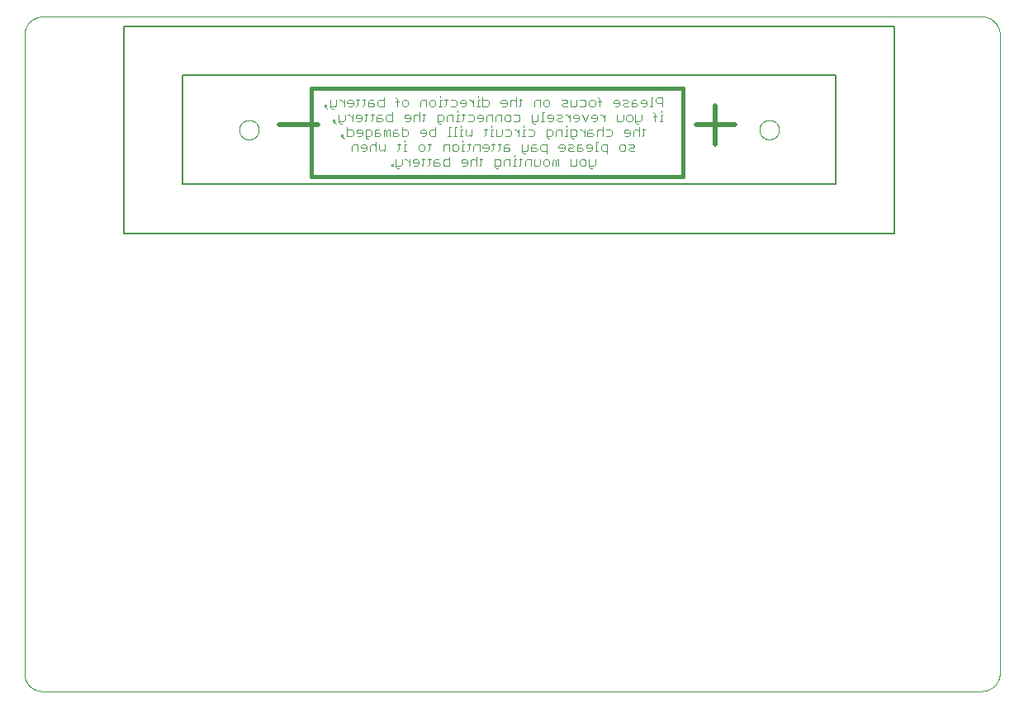
<source format=gbo>
G75*
%MOIN*%
%OFA0B0*%
%FSLAX25Y25*%
%IPPOS*%
%LPD*%
%AMOC8*
5,1,8,0,0,1.08239X$1,22.5*
%
%ADD10C,0.00400*%
%ADD11C,0.01600*%
%ADD12C,0.00000*%
%ADD13C,0.00500*%
%ADD14C,0.02000*%
D10*
X0163223Y0231207D02*
X0163824Y0231207D01*
X0163824Y0231808D01*
X0163223Y0231808D01*
X0163223Y0231207D01*
X0165105Y0231207D02*
X0166907Y0231207D01*
X0167507Y0231808D01*
X0167507Y0233609D01*
X0168775Y0233609D02*
X0169375Y0233609D01*
X0170576Y0232408D01*
X0170576Y0231207D02*
X0170576Y0233609D01*
X0171857Y0233009D02*
X0171857Y0232408D01*
X0174259Y0232408D01*
X0174259Y0231808D02*
X0174259Y0233009D01*
X0173659Y0233609D01*
X0172458Y0233609D01*
X0171857Y0233009D01*
X0172458Y0231207D02*
X0173659Y0231207D01*
X0174259Y0231808D01*
X0175514Y0231207D02*
X0176114Y0231808D01*
X0176114Y0234210D01*
X0176715Y0233609D02*
X0175514Y0233609D01*
X0177969Y0233609D02*
X0179170Y0233609D01*
X0178570Y0234210D02*
X0178570Y0231808D01*
X0177969Y0231207D01*
X0180451Y0231207D02*
X0182253Y0231207D01*
X0182853Y0231808D01*
X0182253Y0232408D01*
X0180451Y0232408D01*
X0180451Y0233009D02*
X0180451Y0231207D01*
X0180451Y0233009D02*
X0181052Y0233609D01*
X0182253Y0233609D01*
X0184135Y0233009D02*
X0184735Y0233609D01*
X0186537Y0233609D01*
X0186537Y0234810D02*
X0186537Y0231207D01*
X0184735Y0231207D01*
X0184135Y0231808D01*
X0184135Y0233009D01*
X0184135Y0237207D02*
X0184135Y0239009D01*
X0184735Y0239609D01*
X0186537Y0239609D01*
X0186537Y0237207D01*
X0187818Y0237808D02*
X0187818Y0239009D01*
X0188418Y0239609D01*
X0189619Y0239609D01*
X0190220Y0239009D01*
X0190220Y0237808D01*
X0189619Y0237207D01*
X0188418Y0237207D01*
X0187818Y0237808D01*
X0191474Y0237207D02*
X0192675Y0237207D01*
X0192075Y0237207D02*
X0192075Y0239609D01*
X0192675Y0239609D01*
X0193930Y0239609D02*
X0195131Y0239609D01*
X0194530Y0240210D02*
X0194530Y0237808D01*
X0193930Y0237207D01*
X0196412Y0237207D02*
X0196412Y0239009D01*
X0197012Y0239609D01*
X0198814Y0239609D01*
X0198814Y0237207D01*
X0200095Y0238408D02*
X0202497Y0238408D01*
X0202497Y0237808D02*
X0202497Y0239009D01*
X0201896Y0239609D01*
X0200695Y0239609D01*
X0200095Y0239009D01*
X0200095Y0238408D01*
X0200695Y0237207D02*
X0201896Y0237207D01*
X0202497Y0237808D01*
X0203751Y0237207D02*
X0204352Y0237808D01*
X0204352Y0240210D01*
X0204952Y0239609D02*
X0203751Y0239609D01*
X0206207Y0239609D02*
X0207408Y0239609D01*
X0206807Y0240210D02*
X0206807Y0237808D01*
X0206207Y0237207D01*
X0208689Y0237207D02*
X0208689Y0239009D01*
X0209289Y0239609D01*
X0210490Y0239609D01*
X0210490Y0238408D02*
X0208689Y0238408D01*
X0208689Y0237207D02*
X0210490Y0237207D01*
X0211091Y0237808D01*
X0210490Y0238408D01*
X0212946Y0235411D02*
X0212946Y0234810D01*
X0212946Y0233609D02*
X0212946Y0231207D01*
X0213546Y0231207D02*
X0212345Y0231207D01*
X0211091Y0231207D02*
X0211091Y0233609D01*
X0209289Y0233609D01*
X0208689Y0233009D01*
X0208689Y0231207D01*
X0207408Y0231808D02*
X0206807Y0231207D01*
X0205006Y0231207D01*
X0205006Y0230607D02*
X0205006Y0233609D01*
X0206807Y0233609D01*
X0207408Y0233009D01*
X0207408Y0231808D01*
X0206207Y0230006D02*
X0205606Y0230006D01*
X0205006Y0230607D01*
X0199441Y0231808D02*
X0199441Y0234210D01*
X0200041Y0233609D02*
X0198840Y0233609D01*
X0197586Y0233009D02*
X0196986Y0233609D01*
X0195785Y0233609D01*
X0195184Y0233009D01*
X0195184Y0231207D01*
X0193903Y0231808D02*
X0193903Y0233009D01*
X0193302Y0233609D01*
X0192101Y0233609D01*
X0191501Y0233009D01*
X0191501Y0232408D01*
X0193903Y0232408D01*
X0193903Y0231808D02*
X0193302Y0231207D01*
X0192101Y0231207D01*
X0197586Y0231207D02*
X0197586Y0234810D01*
X0199441Y0231808D02*
X0198840Y0231207D01*
X0192075Y0240810D02*
X0192075Y0241411D01*
X0192061Y0243207D02*
X0190860Y0243207D01*
X0191461Y0243207D02*
X0191461Y0245609D01*
X0192061Y0245609D01*
X0193343Y0245609D02*
X0193343Y0243808D01*
X0193943Y0243207D01*
X0194544Y0243808D01*
X0195144Y0243207D01*
X0195745Y0243808D01*
X0195745Y0245609D01*
X0196065Y0249207D02*
X0194263Y0249207D01*
X0196065Y0249207D02*
X0196665Y0249808D01*
X0196665Y0251009D01*
X0196065Y0251609D01*
X0194263Y0251609D01*
X0192982Y0251609D02*
X0191781Y0251609D01*
X0192382Y0252210D02*
X0192382Y0249808D01*
X0191781Y0249207D01*
X0190527Y0249207D02*
X0189326Y0249207D01*
X0189926Y0249207D02*
X0189926Y0251609D01*
X0190527Y0251609D01*
X0189926Y0252810D02*
X0189926Y0253411D01*
X0189005Y0255207D02*
X0187204Y0255207D01*
X0189005Y0255207D02*
X0189606Y0255808D01*
X0189606Y0257009D01*
X0189005Y0257609D01*
X0187204Y0257609D01*
X0185923Y0257609D02*
X0184722Y0257609D01*
X0185322Y0258210D02*
X0185322Y0255808D01*
X0184722Y0255207D01*
X0183467Y0255207D02*
X0182266Y0255207D01*
X0182867Y0255207D02*
X0182867Y0257609D01*
X0183467Y0257609D01*
X0182867Y0258810D02*
X0182867Y0259411D01*
X0181012Y0257009D02*
X0181012Y0255808D01*
X0180411Y0255207D01*
X0179210Y0255207D01*
X0178610Y0255808D01*
X0178610Y0257009D01*
X0179210Y0257609D01*
X0180411Y0257609D01*
X0181012Y0257009D01*
X0177329Y0257609D02*
X0177329Y0255207D01*
X0174927Y0255207D02*
X0174927Y0257009D01*
X0175527Y0257609D01*
X0177329Y0257609D01*
X0169963Y0257009D02*
X0169963Y0255808D01*
X0169362Y0255207D01*
X0168161Y0255207D01*
X0167560Y0255808D01*
X0167560Y0257009D01*
X0168161Y0257609D01*
X0169362Y0257609D01*
X0169963Y0257009D01*
X0166279Y0257009D02*
X0165078Y0257009D01*
X0165679Y0258210D02*
X0165078Y0258810D01*
X0165679Y0258210D02*
X0165679Y0255207D01*
X0163517Y0252810D02*
X0163517Y0249207D01*
X0161716Y0249207D01*
X0161115Y0249808D01*
X0161115Y0251009D01*
X0161716Y0251609D01*
X0163517Y0251609D01*
X0159834Y0249808D02*
X0159233Y0250408D01*
X0157432Y0250408D01*
X0157432Y0251009D02*
X0157432Y0249207D01*
X0159233Y0249207D01*
X0159834Y0249808D01*
X0159233Y0251609D02*
X0158032Y0251609D01*
X0157432Y0251009D01*
X0156151Y0251609D02*
X0154950Y0251609D01*
X0155550Y0252210D02*
X0155550Y0249808D01*
X0154950Y0249207D01*
X0153095Y0249808D02*
X0152494Y0249207D01*
X0153095Y0249808D02*
X0153095Y0252210D01*
X0153695Y0251609D02*
X0152494Y0251609D01*
X0151240Y0251009D02*
X0151240Y0249808D01*
X0150639Y0249207D01*
X0149438Y0249207D01*
X0148838Y0250408D02*
X0151240Y0250408D01*
X0151240Y0251009D02*
X0150639Y0251609D01*
X0149438Y0251609D01*
X0148838Y0251009D01*
X0148838Y0250408D01*
X0147557Y0250408D02*
X0146356Y0251609D01*
X0145755Y0251609D01*
X0144487Y0251609D02*
X0144487Y0249808D01*
X0143887Y0249207D01*
X0142085Y0249207D01*
X0142085Y0248607D02*
X0142686Y0248006D01*
X0143286Y0248006D01*
X0142085Y0248607D02*
X0142085Y0251609D01*
X0140204Y0249808D02*
X0140204Y0249207D01*
X0139603Y0249207D01*
X0139603Y0249808D01*
X0140204Y0249808D01*
X0139603Y0249207D02*
X0140804Y0248006D01*
X0145462Y0246810D02*
X0145462Y0243207D01*
X0147263Y0243207D01*
X0147864Y0243808D01*
X0147864Y0245009D01*
X0147263Y0245609D01*
X0145462Y0245609D01*
X0143580Y0243808D02*
X0143580Y0243207D01*
X0142980Y0243207D01*
X0142980Y0243808D01*
X0143580Y0243808D01*
X0142980Y0243207D02*
X0144181Y0242006D01*
X0147303Y0239009D02*
X0147303Y0237207D01*
X0147303Y0239009D02*
X0147904Y0239609D01*
X0149705Y0239609D01*
X0149705Y0237207D01*
X0150986Y0238408D02*
X0153388Y0238408D01*
X0153388Y0237808D02*
X0153388Y0239009D01*
X0152788Y0239609D01*
X0151587Y0239609D01*
X0150986Y0239009D01*
X0150986Y0238408D01*
X0151587Y0237207D02*
X0152788Y0237207D01*
X0153388Y0237808D01*
X0154669Y0237207D02*
X0154669Y0239009D01*
X0155270Y0239609D01*
X0156471Y0239609D01*
X0157072Y0239009D01*
X0158353Y0239609D02*
X0158353Y0237808D01*
X0158953Y0237207D01*
X0159554Y0237808D01*
X0160154Y0237207D01*
X0160755Y0237808D01*
X0160755Y0239609D01*
X0160194Y0243207D02*
X0160194Y0245009D01*
X0160795Y0245609D01*
X0161395Y0245009D01*
X0161395Y0243207D01*
X0162596Y0243207D02*
X0162596Y0245609D01*
X0161996Y0245609D01*
X0161395Y0245009D01*
X0163877Y0245009D02*
X0163877Y0243207D01*
X0165679Y0243207D01*
X0166279Y0243808D01*
X0165679Y0244408D01*
X0163877Y0244408D01*
X0163877Y0245009D02*
X0164478Y0245609D01*
X0165679Y0245609D01*
X0167561Y0245609D02*
X0169362Y0245609D01*
X0169963Y0245009D01*
X0169963Y0243808D01*
X0169362Y0243207D01*
X0167561Y0243207D01*
X0167561Y0246810D01*
X0169082Y0249207D02*
X0170283Y0249207D01*
X0170883Y0249808D01*
X0170883Y0251009D01*
X0170283Y0251609D01*
X0169082Y0251609D01*
X0168481Y0251009D01*
X0168481Y0250408D01*
X0170883Y0250408D01*
X0172164Y0251009D02*
X0172164Y0249207D01*
X0172164Y0251009D02*
X0172765Y0251609D01*
X0173966Y0251609D01*
X0174566Y0251009D01*
X0175821Y0251609D02*
X0177022Y0251609D01*
X0176421Y0252210D02*
X0176421Y0249808D01*
X0175821Y0249207D01*
X0174566Y0249207D02*
X0174566Y0252810D01*
X0175527Y0245609D02*
X0174927Y0245009D01*
X0174927Y0244408D01*
X0177329Y0244408D01*
X0177329Y0243808D02*
X0177329Y0245009D01*
X0176728Y0245609D01*
X0175527Y0245609D01*
X0175527Y0243207D02*
X0176728Y0243207D01*
X0177329Y0243808D01*
X0178610Y0243808D02*
X0178610Y0245009D01*
X0179210Y0245609D01*
X0181012Y0245609D01*
X0181012Y0246810D02*
X0181012Y0243207D01*
X0179210Y0243207D01*
X0178610Y0243808D01*
X0178570Y0240210D02*
X0178570Y0237808D01*
X0177969Y0237207D01*
X0176715Y0237808D02*
X0176715Y0239009D01*
X0176114Y0239609D01*
X0174913Y0239609D01*
X0174313Y0239009D01*
X0174313Y0237808D01*
X0174913Y0237207D01*
X0176114Y0237207D01*
X0176715Y0237808D01*
X0177969Y0239609D02*
X0179170Y0239609D01*
X0185950Y0243207D02*
X0187151Y0243207D01*
X0186550Y0243207D02*
X0186550Y0246810D01*
X0187151Y0246810D01*
X0189005Y0246810D02*
X0189005Y0243207D01*
X0188405Y0243207D02*
X0189606Y0243207D01*
X0189606Y0246810D02*
X0189005Y0246810D01*
X0191461Y0246810D02*
X0191461Y0247411D01*
X0188071Y0249207D02*
X0188071Y0251609D01*
X0186270Y0251609D01*
X0185669Y0251009D01*
X0185669Y0249207D01*
X0184388Y0249808D02*
X0183788Y0249207D01*
X0181986Y0249207D01*
X0181986Y0248607D02*
X0181986Y0251609D01*
X0183788Y0251609D01*
X0184388Y0251009D01*
X0184388Y0249808D01*
X0183187Y0248006D02*
X0182587Y0248006D01*
X0181986Y0248607D01*
X0191488Y0255207D02*
X0192689Y0255207D01*
X0193289Y0255808D01*
X0193289Y0257009D01*
X0192689Y0257609D01*
X0191488Y0257609D01*
X0190887Y0257009D01*
X0190887Y0256408D01*
X0193289Y0256408D01*
X0194557Y0257609D02*
X0195157Y0257609D01*
X0196358Y0256408D01*
X0196358Y0255207D02*
X0196358Y0257609D01*
X0198213Y0257609D02*
X0198213Y0255207D01*
X0197613Y0255207D02*
X0198814Y0255207D01*
X0200095Y0255207D02*
X0201896Y0255207D01*
X0202497Y0255808D01*
X0202497Y0257009D01*
X0201896Y0257609D01*
X0200095Y0257609D01*
X0200095Y0258810D02*
X0200095Y0255207D01*
X0198814Y0257609D02*
X0198213Y0257609D01*
X0198213Y0258810D02*
X0198213Y0259411D01*
X0198547Y0251609D02*
X0197946Y0251009D01*
X0197946Y0250408D01*
X0200348Y0250408D01*
X0200348Y0249808D02*
X0200348Y0251009D01*
X0199748Y0251609D01*
X0198547Y0251609D01*
X0198547Y0249207D02*
X0199748Y0249207D01*
X0200348Y0249808D01*
X0201630Y0249207D02*
X0201630Y0251009D01*
X0202230Y0251609D01*
X0204032Y0251609D01*
X0204032Y0249207D01*
X0205313Y0249207D02*
X0205313Y0251009D01*
X0205913Y0251609D01*
X0207715Y0251609D01*
X0207715Y0249207D01*
X0208996Y0249808D02*
X0208996Y0251009D01*
X0209596Y0251609D01*
X0210797Y0251609D01*
X0211398Y0251009D01*
X0211398Y0249808D01*
X0210797Y0249207D01*
X0209596Y0249207D01*
X0208996Y0249808D01*
X0212679Y0249207D02*
X0214481Y0249207D01*
X0215081Y0249808D01*
X0215081Y0251009D01*
X0214481Y0251609D01*
X0212679Y0251609D01*
X0213546Y0255207D02*
X0213546Y0258810D01*
X0212946Y0257609D02*
X0211745Y0257609D01*
X0211144Y0257009D01*
X0211144Y0255207D01*
X0209863Y0255808D02*
X0209863Y0257009D01*
X0209263Y0257609D01*
X0208062Y0257609D01*
X0207461Y0257009D01*
X0207461Y0256408D01*
X0209863Y0256408D01*
X0209863Y0255808D02*
X0209263Y0255207D01*
X0208062Y0255207D01*
X0212946Y0257609D02*
X0213546Y0257009D01*
X0214801Y0257609D02*
X0216002Y0257609D01*
X0215401Y0258210D02*
X0215401Y0255808D01*
X0214801Y0255207D01*
X0220966Y0255207D02*
X0220966Y0257009D01*
X0221567Y0257609D01*
X0223368Y0257609D01*
X0223368Y0255207D01*
X0224649Y0255808D02*
X0224649Y0257009D01*
X0225250Y0257609D01*
X0226451Y0257609D01*
X0227051Y0257009D01*
X0227051Y0255808D01*
X0226451Y0255207D01*
X0225250Y0255207D01*
X0224649Y0255808D01*
X0224903Y0252810D02*
X0224302Y0252810D01*
X0224302Y0249207D01*
X0223702Y0249207D02*
X0224903Y0249207D01*
X0226184Y0250408D02*
X0228586Y0250408D01*
X0228586Y0249808D02*
X0228586Y0251009D01*
X0227985Y0251609D01*
X0226784Y0251609D01*
X0226184Y0251009D01*
X0226184Y0250408D01*
X0226784Y0249207D02*
X0227985Y0249207D01*
X0228586Y0249808D01*
X0229867Y0249808D02*
X0230468Y0250408D01*
X0231669Y0250408D01*
X0232269Y0251009D01*
X0231669Y0251609D01*
X0229867Y0251609D01*
X0229867Y0249808D02*
X0230468Y0249207D01*
X0232269Y0249207D01*
X0233817Y0247411D02*
X0233817Y0246810D01*
X0233817Y0245609D02*
X0233817Y0243207D01*
X0233217Y0243207D02*
X0234418Y0243207D01*
X0235699Y0243207D02*
X0237500Y0243207D01*
X0238101Y0243808D01*
X0238101Y0245009D01*
X0237500Y0245609D01*
X0235699Y0245609D01*
X0235699Y0242607D01*
X0236299Y0242006D01*
X0236900Y0242006D01*
X0236272Y0239609D02*
X0234471Y0239609D01*
X0235071Y0238408D02*
X0236272Y0238408D01*
X0236873Y0239009D01*
X0236272Y0239609D01*
X0235071Y0238408D02*
X0234471Y0237808D01*
X0235071Y0237207D01*
X0236873Y0237207D01*
X0238154Y0237207D02*
X0239956Y0237207D01*
X0240556Y0237808D01*
X0239956Y0238408D01*
X0238154Y0238408D01*
X0238154Y0239009D02*
X0238154Y0237207D01*
X0238154Y0239009D02*
X0238755Y0239609D01*
X0239956Y0239609D01*
X0241837Y0239009D02*
X0241837Y0238408D01*
X0244239Y0238408D01*
X0244239Y0237808D02*
X0244239Y0239009D01*
X0243639Y0239609D01*
X0242438Y0239609D01*
X0241837Y0239009D01*
X0242438Y0237207D02*
X0243639Y0237207D01*
X0244239Y0237808D01*
X0245494Y0237207D02*
X0246695Y0237207D01*
X0246094Y0237207D02*
X0246094Y0240810D01*
X0246695Y0240810D01*
X0247976Y0239009D02*
X0247976Y0237808D01*
X0248576Y0237207D01*
X0250378Y0237207D01*
X0250378Y0236006D02*
X0250378Y0239609D01*
X0248576Y0239609D01*
X0247976Y0239009D01*
X0248536Y0243207D02*
X0248536Y0246810D01*
X0247936Y0245609D02*
X0246735Y0245609D01*
X0246134Y0245009D01*
X0246134Y0243207D01*
X0244853Y0243808D02*
X0244253Y0244408D01*
X0242451Y0244408D01*
X0242451Y0245009D02*
X0242451Y0243207D01*
X0244253Y0243207D01*
X0244853Y0243808D01*
X0244253Y0245609D02*
X0243052Y0245609D01*
X0242451Y0245009D01*
X0241170Y0245609D02*
X0241170Y0243207D01*
X0241170Y0244408D02*
X0239969Y0245609D01*
X0239368Y0245609D01*
X0238421Y0249207D02*
X0239021Y0249808D01*
X0239021Y0251009D01*
X0238421Y0251609D01*
X0237220Y0251609D01*
X0236619Y0251009D01*
X0236619Y0250408D01*
X0239021Y0250408D01*
X0238421Y0249207D02*
X0237220Y0249207D01*
X0235338Y0249207D02*
X0235338Y0251609D01*
X0234137Y0251609D02*
X0233537Y0251609D01*
X0234137Y0251609D02*
X0235338Y0250408D01*
X0235699Y0255207D02*
X0235699Y0257609D01*
X0234418Y0257009D02*
X0233817Y0257609D01*
X0232016Y0257609D01*
X0232616Y0256408D02*
X0232016Y0255808D01*
X0232616Y0255207D01*
X0234418Y0255207D01*
X0235699Y0255207D02*
X0237500Y0255207D01*
X0238101Y0255808D01*
X0238101Y0257609D01*
X0239382Y0257609D02*
X0241183Y0257609D01*
X0241784Y0257009D01*
X0241784Y0255808D01*
X0241183Y0255207D01*
X0239382Y0255207D01*
X0240303Y0251609D02*
X0241504Y0249207D01*
X0242705Y0251609D01*
X0243986Y0251009D02*
X0243986Y0250408D01*
X0246388Y0250408D01*
X0246388Y0249808D02*
X0246388Y0251009D01*
X0245787Y0251609D01*
X0244586Y0251609D01*
X0243986Y0251009D01*
X0244586Y0249207D02*
X0245787Y0249207D01*
X0246388Y0249808D01*
X0247656Y0251609D02*
X0248256Y0251609D01*
X0249457Y0250408D01*
X0249457Y0249207D02*
X0249457Y0251609D01*
X0247322Y0255207D02*
X0247322Y0258210D01*
X0246721Y0258810D01*
X0246721Y0257009D02*
X0247922Y0257009D01*
X0245467Y0257009D02*
X0245467Y0255808D01*
X0244866Y0255207D01*
X0243665Y0255207D01*
X0243065Y0255808D01*
X0243065Y0257009D01*
X0243665Y0257609D01*
X0244866Y0257609D01*
X0245467Y0257009D01*
X0252887Y0257009D02*
X0252887Y0256408D01*
X0255289Y0256408D01*
X0255289Y0255808D02*
X0255289Y0257009D01*
X0254688Y0257609D01*
X0253487Y0257609D01*
X0252887Y0257009D01*
X0253487Y0255207D02*
X0254688Y0255207D01*
X0255289Y0255808D01*
X0256570Y0255808D02*
X0257170Y0256408D01*
X0258371Y0256408D01*
X0258972Y0257009D01*
X0258371Y0257609D01*
X0256570Y0257609D01*
X0256570Y0255808D02*
X0257170Y0255207D01*
X0258972Y0255207D01*
X0260253Y0255207D02*
X0262054Y0255207D01*
X0262655Y0255808D01*
X0262054Y0256408D01*
X0260253Y0256408D01*
X0260253Y0257009D02*
X0260253Y0255207D01*
X0260253Y0257009D02*
X0260853Y0257609D01*
X0262054Y0257609D01*
X0263936Y0257009D02*
X0263936Y0256408D01*
X0266338Y0256408D01*
X0266338Y0255808D02*
X0266338Y0257009D01*
X0265738Y0257609D01*
X0264537Y0257609D01*
X0263936Y0257009D01*
X0264537Y0255207D02*
X0265738Y0255207D01*
X0266338Y0255808D01*
X0267593Y0255207D02*
X0268794Y0255207D01*
X0268193Y0255207D02*
X0268193Y0258810D01*
X0268794Y0258810D01*
X0270075Y0258210D02*
X0270075Y0257009D01*
X0270675Y0256408D01*
X0272477Y0256408D01*
X0272477Y0255207D02*
X0272477Y0258810D01*
X0270675Y0258810D01*
X0270075Y0258210D01*
X0272183Y0253411D02*
X0272183Y0252810D01*
X0272183Y0251609D02*
X0272183Y0249207D01*
X0271583Y0249207D02*
X0272784Y0249207D01*
X0272784Y0251609D02*
X0272183Y0251609D01*
X0270328Y0251009D02*
X0269127Y0251009D01*
X0269728Y0252210D02*
X0269127Y0252810D01*
X0269728Y0252210D02*
X0269728Y0249207D01*
X0265724Y0245609D02*
X0264523Y0245609D01*
X0265124Y0246210D02*
X0265124Y0243808D01*
X0264523Y0243207D01*
X0263269Y0243207D02*
X0263269Y0246810D01*
X0262989Y0248006D02*
X0262388Y0248006D01*
X0261788Y0248607D01*
X0261788Y0251609D01*
X0260506Y0251009D02*
X0260506Y0249808D01*
X0259906Y0249207D01*
X0258705Y0249207D01*
X0258104Y0249808D01*
X0258104Y0251009D01*
X0258705Y0251609D01*
X0259906Y0251609D01*
X0260506Y0251009D01*
X0261788Y0249207D02*
X0263589Y0249207D01*
X0264190Y0249808D01*
X0264190Y0251609D01*
X0262668Y0245609D02*
X0261467Y0245609D01*
X0260867Y0245009D01*
X0260867Y0243207D01*
X0259586Y0243808D02*
X0259586Y0245009D01*
X0258985Y0245609D01*
X0257784Y0245609D01*
X0257184Y0245009D01*
X0257184Y0244408D01*
X0259586Y0244408D01*
X0259586Y0243808D02*
X0258985Y0243207D01*
X0257784Y0243207D01*
X0257144Y0239609D02*
X0257744Y0239009D01*
X0257744Y0237808D01*
X0257144Y0237207D01*
X0255943Y0237207D01*
X0255342Y0237808D01*
X0255342Y0239009D01*
X0255943Y0239609D01*
X0257144Y0239609D01*
X0259025Y0239609D02*
X0260827Y0239609D01*
X0261427Y0239009D01*
X0260827Y0238408D01*
X0259626Y0238408D01*
X0259025Y0237808D01*
X0259626Y0237207D01*
X0261427Y0237207D01*
X0252219Y0243808D02*
X0251619Y0243207D01*
X0249817Y0243207D01*
X0248536Y0245009D02*
X0247936Y0245609D01*
X0249817Y0245609D02*
X0251619Y0245609D01*
X0252219Y0245009D01*
X0252219Y0243808D01*
X0254421Y0249207D02*
X0254421Y0251609D01*
X0254421Y0249207D02*
X0256223Y0249207D01*
X0256823Y0249808D01*
X0256823Y0251609D01*
X0262668Y0245609D02*
X0263269Y0245009D01*
X0245467Y0233609D02*
X0245467Y0231808D01*
X0244866Y0231207D01*
X0243065Y0231207D01*
X0243065Y0230607D02*
X0243665Y0230006D01*
X0244266Y0230006D01*
X0243065Y0230607D02*
X0243065Y0233609D01*
X0241784Y0233009D02*
X0241784Y0231808D01*
X0241183Y0231207D01*
X0239982Y0231207D01*
X0239382Y0231808D01*
X0239382Y0233009D01*
X0239982Y0233609D01*
X0241183Y0233609D01*
X0241784Y0233009D01*
X0238101Y0233609D02*
X0238101Y0231808D01*
X0237500Y0231207D01*
X0235699Y0231207D01*
X0235699Y0233609D01*
X0232589Y0237207D02*
X0231388Y0237207D01*
X0232589Y0237207D02*
X0233190Y0237808D01*
X0233190Y0239009D01*
X0232589Y0239609D01*
X0231388Y0239609D01*
X0230788Y0239009D01*
X0230788Y0238408D01*
X0233190Y0238408D01*
X0230734Y0233609D02*
X0230134Y0233609D01*
X0229533Y0233009D01*
X0228933Y0233609D01*
X0228332Y0233009D01*
X0228332Y0231207D01*
X0229533Y0231207D02*
X0229533Y0233009D01*
X0230734Y0233609D02*
X0230734Y0231207D01*
X0227051Y0231808D02*
X0227051Y0233009D01*
X0226451Y0233609D01*
X0225250Y0233609D01*
X0224649Y0233009D01*
X0224649Y0231808D01*
X0225250Y0231207D01*
X0226451Y0231207D01*
X0227051Y0231808D01*
X0223368Y0231808D02*
X0223368Y0233609D01*
X0223368Y0231808D02*
X0222768Y0231207D01*
X0220966Y0231207D01*
X0220966Y0233609D01*
X0219685Y0233609D02*
X0219685Y0231207D01*
X0217283Y0231207D02*
X0217283Y0233009D01*
X0217883Y0233609D01*
X0219685Y0233609D01*
X0217256Y0236006D02*
X0216656Y0236006D01*
X0216055Y0236607D01*
X0216055Y0239609D01*
X0216055Y0237207D02*
X0217857Y0237207D01*
X0218457Y0237808D01*
X0218457Y0239609D01*
X0219738Y0239009D02*
X0219738Y0237207D01*
X0221540Y0237207D01*
X0222140Y0237808D01*
X0221540Y0238408D01*
X0219738Y0238408D01*
X0219738Y0239009D02*
X0220339Y0239609D01*
X0221540Y0239609D01*
X0223421Y0239009D02*
X0223421Y0237808D01*
X0224022Y0237207D01*
X0225824Y0237207D01*
X0225824Y0236006D02*
X0225824Y0239609D01*
X0224022Y0239609D01*
X0223421Y0239009D01*
X0226477Y0242006D02*
X0225877Y0242607D01*
X0225877Y0245609D01*
X0227678Y0245609D01*
X0228279Y0245009D01*
X0228279Y0243808D01*
X0227678Y0243207D01*
X0225877Y0243207D01*
X0226477Y0242006D02*
X0227078Y0242006D01*
X0229560Y0243207D02*
X0229560Y0245009D01*
X0230161Y0245609D01*
X0231962Y0245609D01*
X0231962Y0243207D01*
X0233817Y0245609D02*
X0234418Y0245609D01*
X0222447Y0249808D02*
X0221847Y0249207D01*
X0220045Y0249207D01*
X0220045Y0248607D02*
X0220646Y0248006D01*
X0221246Y0248006D01*
X0220045Y0248607D02*
X0220045Y0251609D01*
X0222447Y0251609D02*
X0222447Y0249808D01*
X0220312Y0245609D02*
X0218511Y0245609D01*
X0217230Y0245609D02*
X0216629Y0245609D01*
X0216629Y0243207D01*
X0216029Y0243207D02*
X0217230Y0243207D01*
X0218511Y0243207D02*
X0220312Y0243207D01*
X0220913Y0243808D01*
X0220913Y0245009D01*
X0220312Y0245609D01*
X0216629Y0246810D02*
X0216629Y0247411D01*
X0214774Y0245609D02*
X0214774Y0243207D01*
X0214774Y0244408D02*
X0213573Y0245609D01*
X0212973Y0245609D01*
X0211705Y0245009D02*
X0211705Y0243808D01*
X0211104Y0243207D01*
X0209303Y0243207D01*
X0208022Y0243808D02*
X0207421Y0243207D01*
X0205620Y0243207D01*
X0205620Y0245609D01*
X0204339Y0245609D02*
X0203738Y0245609D01*
X0203738Y0243207D01*
X0203138Y0243207D02*
X0204339Y0243207D01*
X0201283Y0243808D02*
X0201283Y0246210D01*
X0201883Y0245609D02*
X0200682Y0245609D01*
X0201283Y0243808D02*
X0200682Y0243207D01*
X0203738Y0246810D02*
X0203738Y0247411D01*
X0208022Y0245609D02*
X0208022Y0243808D01*
X0209303Y0245609D02*
X0211104Y0245609D01*
X0211705Y0245009D01*
X0215401Y0234210D02*
X0215401Y0231808D01*
X0214801Y0231207D01*
X0214801Y0233609D02*
X0216002Y0233609D01*
X0213546Y0233609D02*
X0212946Y0233609D01*
X0232616Y0256408D02*
X0233817Y0256408D01*
X0234418Y0257009D01*
X0169349Y0239609D02*
X0168748Y0239609D01*
X0168748Y0237207D01*
X0168148Y0237207D02*
X0169349Y0237207D01*
X0166293Y0237808D02*
X0166293Y0240210D01*
X0166893Y0239609D02*
X0165692Y0239609D01*
X0166293Y0237808D02*
X0165692Y0237207D01*
X0165105Y0233609D02*
X0165105Y0230607D01*
X0165706Y0230006D01*
X0166306Y0230006D01*
X0157072Y0237207D02*
X0157072Y0240810D01*
X0156511Y0243207D02*
X0158313Y0243207D01*
X0158913Y0243808D01*
X0158313Y0244408D01*
X0156511Y0244408D01*
X0156511Y0245009D02*
X0156511Y0243207D01*
X0155230Y0243808D02*
X0155230Y0245009D01*
X0154629Y0245609D01*
X0152828Y0245609D01*
X0152828Y0242607D01*
X0153428Y0242006D01*
X0154029Y0242006D01*
X0154629Y0243207D02*
X0152828Y0243207D01*
X0151547Y0243808D02*
X0151547Y0245009D01*
X0150946Y0245609D01*
X0149745Y0245609D01*
X0149145Y0245009D01*
X0149145Y0244408D01*
X0151547Y0244408D01*
X0151547Y0243808D02*
X0150946Y0243207D01*
X0149745Y0243207D01*
X0154629Y0243207D02*
X0155230Y0243808D01*
X0156511Y0245009D02*
X0157112Y0245609D01*
X0158313Y0245609D01*
X0168748Y0241411D02*
X0168748Y0240810D01*
X0160141Y0255207D02*
X0158339Y0255207D01*
X0157739Y0255808D01*
X0157739Y0257009D01*
X0158339Y0257609D01*
X0160141Y0257609D01*
X0160141Y0258810D02*
X0160141Y0255207D01*
X0156458Y0255808D02*
X0155857Y0256408D01*
X0154056Y0256408D01*
X0154056Y0257009D02*
X0154056Y0255207D01*
X0155857Y0255207D01*
X0156458Y0255808D01*
X0155857Y0257609D02*
X0154656Y0257609D01*
X0154056Y0257009D01*
X0152775Y0257609D02*
X0151574Y0257609D01*
X0152174Y0258210D02*
X0152174Y0255808D01*
X0151574Y0255207D01*
X0149719Y0255808D02*
X0149118Y0255207D01*
X0149719Y0255808D02*
X0149719Y0258210D01*
X0150319Y0257609D02*
X0149118Y0257609D01*
X0147864Y0257009D02*
X0147864Y0255808D01*
X0147263Y0255207D01*
X0146062Y0255207D01*
X0145462Y0256408D02*
X0147864Y0256408D01*
X0147864Y0257009D02*
X0147263Y0257609D01*
X0146062Y0257609D01*
X0145462Y0257009D01*
X0145462Y0256408D01*
X0144181Y0256408D02*
X0142980Y0257609D01*
X0142379Y0257609D01*
X0141111Y0257609D02*
X0141111Y0255808D01*
X0140511Y0255207D01*
X0138709Y0255207D01*
X0138709Y0254607D02*
X0139310Y0254006D01*
X0139910Y0254006D01*
X0138709Y0254607D02*
X0138709Y0257609D01*
X0136828Y0255808D02*
X0136828Y0255207D01*
X0136227Y0255207D01*
X0136227Y0255808D01*
X0136828Y0255808D01*
X0136227Y0255207D02*
X0137428Y0254006D01*
X0144181Y0255207D02*
X0144181Y0257609D01*
X0147557Y0251609D02*
X0147557Y0249207D01*
D11*
X0130800Y0262507D02*
X0280800Y0262507D01*
X0280800Y0226882D01*
X0130800Y0226882D01*
X0130800Y0262507D01*
D12*
X0022650Y0018900D02*
X0401400Y0018900D01*
X0401399Y0018899D02*
X0401581Y0018900D01*
X0401763Y0018905D01*
X0401944Y0018915D01*
X0402125Y0018929D01*
X0402306Y0018947D01*
X0402486Y0018970D01*
X0402666Y0018997D01*
X0402845Y0019029D01*
X0403023Y0019065D01*
X0403200Y0019105D01*
X0403376Y0019150D01*
X0403551Y0019198D01*
X0403725Y0019252D01*
X0403897Y0019309D01*
X0404068Y0019370D01*
X0404237Y0019436D01*
X0404405Y0019506D01*
X0404571Y0019580D01*
X0404735Y0019658D01*
X0404897Y0019740D01*
X0405057Y0019826D01*
X0405215Y0019915D01*
X0405371Y0020009D01*
X0405524Y0020106D01*
X0405675Y0020207D01*
X0405824Y0020312D01*
X0405970Y0020421D01*
X0406113Y0020532D01*
X0406253Y0020648D01*
X0406391Y0020766D01*
X0406525Y0020888D01*
X0406657Y0021014D01*
X0406785Y0021142D01*
X0406911Y0021274D01*
X0407033Y0021408D01*
X0407151Y0021546D01*
X0407267Y0021686D01*
X0407378Y0021829D01*
X0407487Y0021975D01*
X0407592Y0022124D01*
X0407693Y0022275D01*
X0407790Y0022428D01*
X0407884Y0022584D01*
X0407973Y0022742D01*
X0408059Y0022902D01*
X0408141Y0023064D01*
X0408219Y0023228D01*
X0408293Y0023394D01*
X0408363Y0023562D01*
X0408429Y0023731D01*
X0408490Y0023902D01*
X0408547Y0024074D01*
X0408601Y0024248D01*
X0408649Y0024423D01*
X0408694Y0024599D01*
X0408734Y0024776D01*
X0408770Y0024954D01*
X0408802Y0025133D01*
X0408829Y0025313D01*
X0408852Y0025493D01*
X0408870Y0025674D01*
X0408884Y0025855D01*
X0408894Y0026036D01*
X0408899Y0026218D01*
X0408900Y0026400D01*
X0408900Y0283900D01*
X0408901Y0283900D02*
X0408900Y0284083D01*
X0408894Y0284266D01*
X0408884Y0284449D01*
X0408869Y0284631D01*
X0408850Y0284813D01*
X0408827Y0284994D01*
X0408799Y0285175D01*
X0408766Y0285355D01*
X0408729Y0285535D01*
X0408688Y0285713D01*
X0408643Y0285890D01*
X0408593Y0286066D01*
X0408539Y0286241D01*
X0408481Y0286414D01*
X0408418Y0286586D01*
X0408351Y0286756D01*
X0408281Y0286925D01*
X0408206Y0287092D01*
X0408127Y0287257D01*
X0408044Y0287420D01*
X0407957Y0287581D01*
X0407866Y0287740D01*
X0407771Y0287896D01*
X0407672Y0288050D01*
X0407570Y0288202D01*
X0407464Y0288351D01*
X0407355Y0288498D01*
X0407242Y0288642D01*
X0407125Y0288783D01*
X0407005Y0288921D01*
X0406882Y0289056D01*
X0406755Y0289188D01*
X0406625Y0289317D01*
X0406492Y0289442D01*
X0406356Y0289565D01*
X0406217Y0289684D01*
X0406076Y0289800D01*
X0405931Y0289912D01*
X0405784Y0290020D01*
X0405634Y0290125D01*
X0405482Y0290227D01*
X0405327Y0290324D01*
X0405170Y0290418D01*
X0405010Y0290508D01*
X0404849Y0290594D01*
X0404685Y0290676D01*
X0404520Y0290753D01*
X0404352Y0290827D01*
X0404183Y0290897D01*
X0404013Y0290963D01*
X0403840Y0291024D01*
X0403666Y0291081D01*
X0403491Y0291134D01*
X0403315Y0291183D01*
X0403137Y0291227D01*
X0402959Y0291267D01*
X0402779Y0291302D01*
X0402599Y0291334D01*
X0402418Y0291360D01*
X0402237Y0291383D01*
X0402054Y0291401D01*
X0401872Y0291414D01*
X0401689Y0291423D01*
X0401506Y0291427D01*
X0401323Y0291427D01*
X0401141Y0291423D01*
X0400958Y0291414D01*
X0400775Y0291401D01*
X0400775Y0291400D02*
X0022650Y0291400D01*
X0022650Y0291401D02*
X0022468Y0291400D01*
X0022286Y0291395D01*
X0022105Y0291385D01*
X0021924Y0291371D01*
X0021743Y0291353D01*
X0021563Y0291330D01*
X0021383Y0291303D01*
X0021204Y0291271D01*
X0021026Y0291235D01*
X0020849Y0291195D01*
X0020673Y0291150D01*
X0020498Y0291102D01*
X0020324Y0291048D01*
X0020152Y0290991D01*
X0019981Y0290930D01*
X0019812Y0290864D01*
X0019644Y0290794D01*
X0019478Y0290720D01*
X0019314Y0290642D01*
X0019152Y0290560D01*
X0018992Y0290474D01*
X0018834Y0290385D01*
X0018678Y0290291D01*
X0018525Y0290194D01*
X0018374Y0290093D01*
X0018225Y0289988D01*
X0018079Y0289879D01*
X0017936Y0289768D01*
X0017796Y0289652D01*
X0017658Y0289534D01*
X0017524Y0289412D01*
X0017392Y0289286D01*
X0017264Y0289158D01*
X0017138Y0289026D01*
X0017016Y0288892D01*
X0016898Y0288754D01*
X0016782Y0288614D01*
X0016671Y0288471D01*
X0016562Y0288325D01*
X0016457Y0288176D01*
X0016356Y0288025D01*
X0016259Y0287872D01*
X0016165Y0287716D01*
X0016076Y0287558D01*
X0015990Y0287398D01*
X0015908Y0287236D01*
X0015830Y0287072D01*
X0015756Y0286906D01*
X0015686Y0286738D01*
X0015620Y0286569D01*
X0015559Y0286398D01*
X0015502Y0286226D01*
X0015448Y0286052D01*
X0015400Y0285877D01*
X0015355Y0285701D01*
X0015315Y0285524D01*
X0015279Y0285346D01*
X0015247Y0285167D01*
X0015220Y0284987D01*
X0015197Y0284807D01*
X0015179Y0284626D01*
X0015165Y0284445D01*
X0015155Y0284264D01*
X0015150Y0284082D01*
X0015149Y0283900D01*
X0015150Y0283900D02*
X0015150Y0026400D01*
X0015150Y0026399D02*
X0015144Y0026224D01*
X0015143Y0026049D01*
X0015146Y0025873D01*
X0015154Y0025698D01*
X0015165Y0025523D01*
X0015181Y0025349D01*
X0015201Y0025174D01*
X0015225Y0025001D01*
X0015254Y0024828D01*
X0015287Y0024655D01*
X0015324Y0024484D01*
X0015365Y0024314D01*
X0015410Y0024144D01*
X0015460Y0023976D01*
X0015513Y0023809D01*
X0015571Y0023643D01*
X0015632Y0023479D01*
X0015698Y0023316D01*
X0015767Y0023155D01*
X0015841Y0022996D01*
X0015918Y0022839D01*
X0015999Y0022683D01*
X0016084Y0022530D01*
X0016173Y0022378D01*
X0016265Y0022229D01*
X0016361Y0022082D01*
X0016460Y0021938D01*
X0016563Y0021796D01*
X0016669Y0021656D01*
X0016779Y0021519D01*
X0016892Y0021385D01*
X0017008Y0021254D01*
X0017128Y0021126D01*
X0017250Y0021000D01*
X0017376Y0020878D01*
X0017504Y0020758D01*
X0017635Y0020642D01*
X0017769Y0020529D01*
X0017906Y0020419D01*
X0018046Y0020313D01*
X0018188Y0020210D01*
X0018332Y0020111D01*
X0018479Y0020015D01*
X0018628Y0019923D01*
X0018780Y0019834D01*
X0018933Y0019749D01*
X0019089Y0019668D01*
X0019246Y0019591D01*
X0019405Y0019517D01*
X0019566Y0019448D01*
X0019729Y0019382D01*
X0019893Y0019321D01*
X0020059Y0019263D01*
X0020226Y0019210D01*
X0020394Y0019160D01*
X0020564Y0019115D01*
X0020734Y0019074D01*
X0020905Y0019037D01*
X0021078Y0019004D01*
X0021251Y0018975D01*
X0021424Y0018951D01*
X0021599Y0018931D01*
X0021773Y0018915D01*
X0021948Y0018904D01*
X0022123Y0018896D01*
X0022299Y0018893D01*
X0022474Y0018894D01*
X0022649Y0018900D01*
X0101863Y0245632D02*
X0101865Y0245757D01*
X0101871Y0245882D01*
X0101881Y0246006D01*
X0101895Y0246130D01*
X0101912Y0246254D01*
X0101934Y0246377D01*
X0101960Y0246499D01*
X0101989Y0246621D01*
X0102022Y0246741D01*
X0102060Y0246860D01*
X0102100Y0246979D01*
X0102145Y0247095D01*
X0102193Y0247210D01*
X0102245Y0247324D01*
X0102301Y0247436D01*
X0102360Y0247546D01*
X0102422Y0247654D01*
X0102488Y0247761D01*
X0102557Y0247865D01*
X0102630Y0247966D01*
X0102705Y0248066D01*
X0102784Y0248163D01*
X0102866Y0248257D01*
X0102951Y0248349D01*
X0103038Y0248438D01*
X0103129Y0248524D01*
X0103222Y0248607D01*
X0103318Y0248688D01*
X0103416Y0248765D01*
X0103516Y0248839D01*
X0103619Y0248910D01*
X0103724Y0248977D01*
X0103832Y0249042D01*
X0103941Y0249102D01*
X0104052Y0249160D01*
X0104165Y0249213D01*
X0104279Y0249263D01*
X0104395Y0249310D01*
X0104512Y0249352D01*
X0104631Y0249391D01*
X0104751Y0249427D01*
X0104872Y0249458D01*
X0104994Y0249486D01*
X0105116Y0249509D01*
X0105240Y0249529D01*
X0105364Y0249545D01*
X0105488Y0249557D01*
X0105613Y0249565D01*
X0105738Y0249569D01*
X0105862Y0249569D01*
X0105987Y0249565D01*
X0106112Y0249557D01*
X0106236Y0249545D01*
X0106360Y0249529D01*
X0106484Y0249509D01*
X0106606Y0249486D01*
X0106728Y0249458D01*
X0106849Y0249427D01*
X0106969Y0249391D01*
X0107088Y0249352D01*
X0107205Y0249310D01*
X0107321Y0249263D01*
X0107435Y0249213D01*
X0107548Y0249160D01*
X0107659Y0249102D01*
X0107769Y0249042D01*
X0107876Y0248977D01*
X0107981Y0248910D01*
X0108084Y0248839D01*
X0108184Y0248765D01*
X0108282Y0248688D01*
X0108378Y0248607D01*
X0108471Y0248524D01*
X0108562Y0248438D01*
X0108649Y0248349D01*
X0108734Y0248257D01*
X0108816Y0248163D01*
X0108895Y0248066D01*
X0108970Y0247966D01*
X0109043Y0247865D01*
X0109112Y0247761D01*
X0109178Y0247654D01*
X0109240Y0247546D01*
X0109299Y0247436D01*
X0109355Y0247324D01*
X0109407Y0247210D01*
X0109455Y0247095D01*
X0109500Y0246979D01*
X0109540Y0246860D01*
X0109578Y0246741D01*
X0109611Y0246621D01*
X0109640Y0246499D01*
X0109666Y0246377D01*
X0109688Y0246254D01*
X0109705Y0246130D01*
X0109719Y0246006D01*
X0109729Y0245882D01*
X0109735Y0245757D01*
X0109737Y0245632D01*
X0109735Y0245507D01*
X0109729Y0245382D01*
X0109719Y0245258D01*
X0109705Y0245134D01*
X0109688Y0245010D01*
X0109666Y0244887D01*
X0109640Y0244765D01*
X0109611Y0244643D01*
X0109578Y0244523D01*
X0109540Y0244404D01*
X0109500Y0244285D01*
X0109455Y0244169D01*
X0109407Y0244054D01*
X0109355Y0243940D01*
X0109299Y0243828D01*
X0109240Y0243718D01*
X0109178Y0243610D01*
X0109112Y0243503D01*
X0109043Y0243399D01*
X0108970Y0243298D01*
X0108895Y0243198D01*
X0108816Y0243101D01*
X0108734Y0243007D01*
X0108649Y0242915D01*
X0108562Y0242826D01*
X0108471Y0242740D01*
X0108378Y0242657D01*
X0108282Y0242576D01*
X0108184Y0242499D01*
X0108084Y0242425D01*
X0107981Y0242354D01*
X0107876Y0242287D01*
X0107768Y0242222D01*
X0107659Y0242162D01*
X0107548Y0242104D01*
X0107435Y0242051D01*
X0107321Y0242001D01*
X0107205Y0241954D01*
X0107088Y0241912D01*
X0106969Y0241873D01*
X0106849Y0241837D01*
X0106728Y0241806D01*
X0106606Y0241778D01*
X0106484Y0241755D01*
X0106360Y0241735D01*
X0106236Y0241719D01*
X0106112Y0241707D01*
X0105987Y0241699D01*
X0105862Y0241695D01*
X0105738Y0241695D01*
X0105613Y0241699D01*
X0105488Y0241707D01*
X0105364Y0241719D01*
X0105240Y0241735D01*
X0105116Y0241755D01*
X0104994Y0241778D01*
X0104872Y0241806D01*
X0104751Y0241837D01*
X0104631Y0241873D01*
X0104512Y0241912D01*
X0104395Y0241954D01*
X0104279Y0242001D01*
X0104165Y0242051D01*
X0104052Y0242104D01*
X0103941Y0242162D01*
X0103831Y0242222D01*
X0103724Y0242287D01*
X0103619Y0242354D01*
X0103516Y0242425D01*
X0103416Y0242499D01*
X0103318Y0242576D01*
X0103222Y0242657D01*
X0103129Y0242740D01*
X0103038Y0242826D01*
X0102951Y0242915D01*
X0102866Y0243007D01*
X0102784Y0243101D01*
X0102705Y0243198D01*
X0102630Y0243298D01*
X0102557Y0243399D01*
X0102488Y0243503D01*
X0102422Y0243610D01*
X0102360Y0243718D01*
X0102301Y0243828D01*
X0102245Y0243940D01*
X0102193Y0244054D01*
X0102145Y0244169D01*
X0102100Y0244285D01*
X0102060Y0244404D01*
X0102022Y0244523D01*
X0101989Y0244643D01*
X0101960Y0244765D01*
X0101934Y0244887D01*
X0101912Y0245010D01*
X0101895Y0245134D01*
X0101881Y0245258D01*
X0101871Y0245382D01*
X0101865Y0245507D01*
X0101863Y0245632D01*
X0311863Y0245632D02*
X0311865Y0245757D01*
X0311871Y0245882D01*
X0311881Y0246006D01*
X0311895Y0246130D01*
X0311912Y0246254D01*
X0311934Y0246377D01*
X0311960Y0246499D01*
X0311989Y0246621D01*
X0312022Y0246741D01*
X0312060Y0246860D01*
X0312100Y0246979D01*
X0312145Y0247095D01*
X0312193Y0247210D01*
X0312245Y0247324D01*
X0312301Y0247436D01*
X0312360Y0247546D01*
X0312422Y0247654D01*
X0312488Y0247761D01*
X0312557Y0247865D01*
X0312630Y0247966D01*
X0312705Y0248066D01*
X0312784Y0248163D01*
X0312866Y0248257D01*
X0312951Y0248349D01*
X0313038Y0248438D01*
X0313129Y0248524D01*
X0313222Y0248607D01*
X0313318Y0248688D01*
X0313416Y0248765D01*
X0313516Y0248839D01*
X0313619Y0248910D01*
X0313724Y0248977D01*
X0313832Y0249042D01*
X0313941Y0249102D01*
X0314052Y0249160D01*
X0314165Y0249213D01*
X0314279Y0249263D01*
X0314395Y0249310D01*
X0314512Y0249352D01*
X0314631Y0249391D01*
X0314751Y0249427D01*
X0314872Y0249458D01*
X0314994Y0249486D01*
X0315116Y0249509D01*
X0315240Y0249529D01*
X0315364Y0249545D01*
X0315488Y0249557D01*
X0315613Y0249565D01*
X0315738Y0249569D01*
X0315862Y0249569D01*
X0315987Y0249565D01*
X0316112Y0249557D01*
X0316236Y0249545D01*
X0316360Y0249529D01*
X0316484Y0249509D01*
X0316606Y0249486D01*
X0316728Y0249458D01*
X0316849Y0249427D01*
X0316969Y0249391D01*
X0317088Y0249352D01*
X0317205Y0249310D01*
X0317321Y0249263D01*
X0317435Y0249213D01*
X0317548Y0249160D01*
X0317659Y0249102D01*
X0317769Y0249042D01*
X0317876Y0248977D01*
X0317981Y0248910D01*
X0318084Y0248839D01*
X0318184Y0248765D01*
X0318282Y0248688D01*
X0318378Y0248607D01*
X0318471Y0248524D01*
X0318562Y0248438D01*
X0318649Y0248349D01*
X0318734Y0248257D01*
X0318816Y0248163D01*
X0318895Y0248066D01*
X0318970Y0247966D01*
X0319043Y0247865D01*
X0319112Y0247761D01*
X0319178Y0247654D01*
X0319240Y0247546D01*
X0319299Y0247436D01*
X0319355Y0247324D01*
X0319407Y0247210D01*
X0319455Y0247095D01*
X0319500Y0246979D01*
X0319540Y0246860D01*
X0319578Y0246741D01*
X0319611Y0246621D01*
X0319640Y0246499D01*
X0319666Y0246377D01*
X0319688Y0246254D01*
X0319705Y0246130D01*
X0319719Y0246006D01*
X0319729Y0245882D01*
X0319735Y0245757D01*
X0319737Y0245632D01*
X0319735Y0245507D01*
X0319729Y0245382D01*
X0319719Y0245258D01*
X0319705Y0245134D01*
X0319688Y0245010D01*
X0319666Y0244887D01*
X0319640Y0244765D01*
X0319611Y0244643D01*
X0319578Y0244523D01*
X0319540Y0244404D01*
X0319500Y0244285D01*
X0319455Y0244169D01*
X0319407Y0244054D01*
X0319355Y0243940D01*
X0319299Y0243828D01*
X0319240Y0243718D01*
X0319178Y0243610D01*
X0319112Y0243503D01*
X0319043Y0243399D01*
X0318970Y0243298D01*
X0318895Y0243198D01*
X0318816Y0243101D01*
X0318734Y0243007D01*
X0318649Y0242915D01*
X0318562Y0242826D01*
X0318471Y0242740D01*
X0318378Y0242657D01*
X0318282Y0242576D01*
X0318184Y0242499D01*
X0318084Y0242425D01*
X0317981Y0242354D01*
X0317876Y0242287D01*
X0317768Y0242222D01*
X0317659Y0242162D01*
X0317548Y0242104D01*
X0317435Y0242051D01*
X0317321Y0242001D01*
X0317205Y0241954D01*
X0317088Y0241912D01*
X0316969Y0241873D01*
X0316849Y0241837D01*
X0316728Y0241806D01*
X0316606Y0241778D01*
X0316484Y0241755D01*
X0316360Y0241735D01*
X0316236Y0241719D01*
X0316112Y0241707D01*
X0315987Y0241699D01*
X0315862Y0241695D01*
X0315738Y0241695D01*
X0315613Y0241699D01*
X0315488Y0241707D01*
X0315364Y0241719D01*
X0315240Y0241735D01*
X0315116Y0241755D01*
X0314994Y0241778D01*
X0314872Y0241806D01*
X0314751Y0241837D01*
X0314631Y0241873D01*
X0314512Y0241912D01*
X0314395Y0241954D01*
X0314279Y0242001D01*
X0314165Y0242051D01*
X0314052Y0242104D01*
X0313941Y0242162D01*
X0313831Y0242222D01*
X0313724Y0242287D01*
X0313619Y0242354D01*
X0313516Y0242425D01*
X0313416Y0242499D01*
X0313318Y0242576D01*
X0313222Y0242657D01*
X0313129Y0242740D01*
X0313038Y0242826D01*
X0312951Y0242915D01*
X0312866Y0243007D01*
X0312784Y0243101D01*
X0312705Y0243198D01*
X0312630Y0243298D01*
X0312557Y0243399D01*
X0312488Y0243503D01*
X0312422Y0243610D01*
X0312360Y0243718D01*
X0312301Y0243828D01*
X0312245Y0243940D01*
X0312193Y0244054D01*
X0312145Y0244169D01*
X0312100Y0244285D01*
X0312060Y0244404D01*
X0312022Y0244523D01*
X0311989Y0244643D01*
X0311960Y0244765D01*
X0311934Y0244887D01*
X0311912Y0245010D01*
X0311895Y0245134D01*
X0311881Y0245258D01*
X0311871Y0245382D01*
X0311865Y0245507D01*
X0311863Y0245632D01*
D13*
X0342689Y0223585D02*
X0342689Y0267680D01*
X0078910Y0267680D01*
X0078910Y0223585D01*
X0342689Y0223585D01*
X0366311Y0203900D02*
X0366311Y0287365D01*
X0055288Y0287365D01*
X0055288Y0203900D01*
X0366311Y0203900D01*
D14*
X0301847Y0247594D02*
X0286234Y0247594D01*
X0294040Y0239788D02*
X0294040Y0255401D01*
X0133500Y0247594D02*
X0117887Y0247594D01*
M02*

</source>
